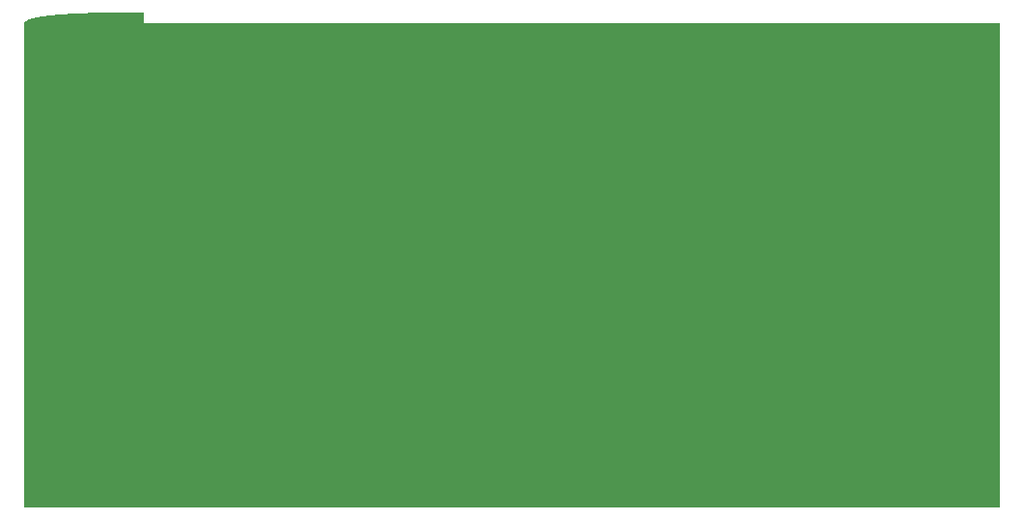
<source format=gbr>
G04 =======================================* 
G04 File Format: RS-274X * 
G04 Date:        March 12 2015 * 
G04 Time:        15:58:54 * 
G04 =======================================* 
G04 Format description *** 
G04 Code:          ASCII * 
G04 Unit:          Millimeter * 
G04 Coordinates:   Absolut * 
G04 Digits:        3.3-format * 
G04 Zeros skipped: Leading zeros omitted * 
G04 =======================================* 
%FSLAX33Y33*%
%MOMM*%
G90*
G71*
%LPD*%
G36*
G01X85600Y42480D02*
G01X10500Y42480D01*
G01X10500Y43480D01*
G01X10499Y43480D01*
G01X10489Y43480D01*
G01X10478Y43479D01*
G01X10467Y43479D01*
G01X10457Y43479D01*
G01X10446Y43479D01*
G01X10435Y43479D01*
G01X10425Y43479D01*
G01X10414Y43479D01*
G01X10403Y43479D01*
G01X10392Y43479D01*
G01X10382Y43479D01*
G01X10371Y43479D01*
G01X10360Y43479D01*
G01X10350Y43479D01*
G01X10339Y43479D01*
G01X10328Y43479D01*
G01X10317Y43479D01*
G01X10307Y43479D01*
G01X10296Y43479D01*
G01X10285Y43479D01*
G01X10275Y43479D01*
G01X10264Y43479D01*
G01X10253Y43479D01*
G01X10242Y43479D01*
G01X10232Y43479D01*
G01X10221Y43479D01*
G01X10210Y43479D01*
G01X10200Y43479D01*
G01X10189Y43479D01*
G01X10178Y43479D01*
G01X10167Y43479D01*
G01X10157Y43479D01*
G01X10146Y43479D01*
G01X10135Y43479D01*
G01X10125Y43479D01*
G01X10114Y43479D01*
G01X10103Y43479D01*
G01X10093Y43479D01*
G01X10082Y43479D01*
G01X10071Y43479D01*
G01X10060Y43479D01*
G01X10050Y43479D01*
G01X10039Y43479D01*
G01X10028Y43479D01*
G01X10018Y43479D01*
G01X10007Y43479D01*
G01X9996Y43479D01*
G01X9985Y43479D01*
G01X9975Y43479D01*
G01X9964Y43479D01*
G01X9953Y43479D01*
G01X9943Y43479D01*
G01X9932Y43479D01*
G01X9921Y43479D01*
G01X9910Y43479D01*
G01X9900Y43479D01*
G01X9889Y43479D01*
G01X9878Y43479D01*
G01X9868Y43479D01*
G01X9857Y43479D01*
G01X9846Y43479D01*
G01X9835Y43478D01*
G01X9825Y43478D01*
G01X9814Y43478D01*
G01X9803Y43478D01*
G01X9793Y43478D01*
G01X9782Y43478D01*
G01X9771Y43478D01*
G01X9761Y43478D01*
G01X9750Y43478D01*
G01X9739Y43478D01*
G01X9728Y43478D01*
G01X9718Y43478D01*
G01X9707Y43478D01*
G01X9696Y43478D01*
G01X9686Y43478D01*
G01X9675Y43478D01*
G01X9664Y43478D01*
G01X9653Y43478D01*
G01X9643Y43478D01*
G01X9632Y43478D01*
G01X9621Y43478D01*
G01X9611Y43478D01*
G01X9600Y43478D01*
G01X9589Y43478D01*
G01X9578Y43477D01*
G01X9568Y43477D01*
G01X9557Y43477D01*
G01X9546Y43477D01*
G01X9536Y43477D01*
G01X9525Y43477D01*
G01X9514Y43477D01*
G01X9503Y43477D01*
G01X9493Y43477D01*
G01X9482Y43477D01*
G01X9471Y43477D01*
G01X9461Y43477D01*
G01X9450Y43477D01*
G01X9439Y43477D01*
G01X9429Y43477D01*
G01X9418Y43477D01*
G01X9407Y43477D01*
G01X9396Y43477D01*
G01X9386Y43477D01*
G01X9375Y43476D01*
G01X9364Y43476D01*
G01X9354Y43476D01*
G01X9343Y43476D01*
G01X9332Y43476D01*
G01X9321Y43476D01*
G01X9311Y43476D01*
G01X9300Y43476D01*
G01X9289Y43476D01*
G01X9279Y43476D01*
G01X9268Y43476D01*
G01X9257Y43476D01*
G01X9246Y43476D01*
G01X9236Y43476D01*
G01X9225Y43476D01*
G01X9214Y43476D01*
G01X9204Y43475D01*
G01X9193Y43475D01*
G01X9182Y43475D01*
G01X9171Y43475D01*
G01X9161Y43475D01*
G01X9150Y43475D01*
G01X9139Y43475D01*
G01X9129Y43475D01*
G01X9118Y43475D01*
G01X9107Y43475D01*
G01X9097Y43475D01*
G01X9086Y43475D01*
G01X9075Y43475D01*
G01X9064Y43474D01*
G01X9054Y43474D01*
G01X9043Y43474D01*
G01X9032Y43474D01*
G01X9022Y43474D01*
G01X9011Y43474D01*
G01X9000Y43474D01*
G01X8989Y43474D01*
G01X8979Y43474D01*
G01X8968Y43474D01*
G01X8957Y43474D01*
G01X8947Y43474D01*
G01X8936Y43474D01*
G01X8925Y43473D01*
G01X8914Y43473D01*
G01X8904Y43473D01*
G01X8893Y43473D01*
G01X8882Y43473D01*
G01X8872Y43473D01*
G01X8861Y43473D01*
G01X8850Y43473D01*
G01X8839Y43473D01*
G01X8829Y43473D01*
G01X8818Y43473D01*
G01X8807Y43472D01*
G01X8797Y43472D01*
G01X8786Y43472D01*
G01X8775Y43472D01*
G01X8765Y43472D01*
G01X8754Y43472D01*
G01X8743Y43472D01*
G01X8732Y43472D01*
G01X8722Y43472D01*
G01X8711Y43472D01*
G01X8700Y43471D01*
G01X8690Y43471D01*
G01X8679Y43471D01*
G01X8668Y43471D01*
G01X8657Y43471D01*
G01X8647Y43471D01*
G01X8636Y43471D01*
G01X8625Y43471D01*
G01X8615Y43471D01*
G01X8604Y43471D01*
G01X8593Y43470D01*
G01X8582Y43470D01*
G01X8572Y43470D01*
G01X8561Y43470D01*
G01X8550Y43470D01*
G01X8540Y43470D01*
G01X8529Y43470D01*
G01X8518Y43470D01*
G01X8508Y43470D01*
G01X8497Y43469D01*
G01X8486Y43469D01*
G01X8475Y43469D01*
G01X8465Y43469D01*
G01X8454Y43469D01*
G01X8443Y43469D01*
G01X8433Y43469D01*
G01X8422Y43469D01*
G01X8411Y43468D01*
G01X8400Y43468D01*
G01X8390Y43468D01*
G01X8379Y43468D01*
G01X8368Y43468D01*
G01X8358Y43468D01*
G01X8347Y43468D01*
G01X8336Y43468D01*
G01X8325Y43468D01*
G01X8315Y43467D01*
G01X8304Y43467D01*
G01X8293Y43467D01*
G01X8283Y43467D01*
G01X8272Y43467D01*
G01X8261Y43467D01*
G01X8250Y43467D01*
G01X8240Y43466D01*
G01X8229Y43466D01*
G01X8218Y43466D01*
G01X8208Y43466D01*
G01X8197Y43466D01*
G01X8186Y43466D01*
G01X8176Y43466D01*
G01X8165Y43466D01*
G01X8154Y43465D01*
G01X8143Y43465D01*
G01X8133Y43465D01*
G01X8122Y43465D01*
G01X8111Y43465D01*
G01X8101Y43465D01*
G01X8090Y43465D01*
G01X8079Y43464D01*
G01X8068Y43464D01*
G01X8058Y43464D01*
G01X8047Y43464D01*
G01X8036Y43464D01*
G01X8026Y43464D01*
G01X8015Y43464D01*
G01X8004Y43463D01*
G01X7993Y43463D01*
G01X7983Y43463D01*
G01X7972Y43463D01*
G01X7961Y43463D01*
G01X7951Y43463D01*
G01X7940Y43463D01*
G01X7929Y43462D01*
G01X7919Y43462D01*
G01X7908Y43462D01*
G01X7897Y43462D01*
G01X7886Y43462D01*
G01X7876Y43462D01*
G01X7865Y43461D01*
G01X7854Y43461D01*
G01X7844Y43461D01*
G01X7833Y43461D01*
G01X7822Y43461D01*
G01X7811Y43461D01*
G01X7801Y43460D01*
G01X7790Y43460D01*
G01X7779Y43460D01*
G01X7769Y43460D01*
G01X7758Y43460D01*
G01X7747Y43460D01*
G01X7736Y43459D01*
G01X7726Y43459D01*
G01X7715Y43459D01*
G01X7704Y43459D01*
G01X7694Y43459D01*
G01X7683Y43459D01*
G01X7672Y43458D01*
G01X7662Y43458D01*
G01X7651Y43458D01*
G01X7640Y43458D01*
G01X7629Y43458D01*
G01X7619Y43458D01*
G01X7608Y43457D01*
G01X7597Y43457D01*
G01X7587Y43457D01*
G01X7576Y43457D01*
G01X7565Y43457D01*
G01X7554Y43456D01*
G01X7544Y43456D01*
G01X7533Y43456D01*
G01X7522Y43456D01*
G01X7512Y43456D01*
G01X7501Y43456D01*
G01X7490Y43455D01*
G01X7479Y43455D01*
G01X7469Y43455D01*
G01X7458Y43455D01*
G01X7447Y43455D01*
G01X7437Y43454D01*
G01X7426Y43454D01*
G01X7415Y43454D01*
G01X7405Y43454D01*
G01X7394Y43454D01*
G01X7383Y43453D01*
G01X7372Y43453D01*
G01X7362Y43453D01*
G01X7351Y43453D01*
G01X7340Y43453D01*
G01X7330Y43452D01*
G01X7319Y43452D01*
G01X7308Y43452D01*
G01X7297Y43452D01*
G01X7287Y43452D01*
G01X7276Y43451D01*
G01X7265Y43451D01*
G01X7255Y43451D01*
G01X7244Y43451D01*
G01X7233Y43451D01*
G01X7222Y43450D01*
G01X7212Y43450D01*
G01X7201Y43450D01*
G01X7190Y43450D01*
G01X7180Y43450D01*
G01X7169Y43449D01*
G01X7158Y43449D01*
G01X7148Y43449D01*
G01X7137Y43449D01*
G01X7126Y43448D01*
G01X7115Y43448D01*
G01X7105Y43448D01*
G01X7094Y43448D01*
G01X7083Y43448D01*
G01X7073Y43447D01*
G01X7062Y43447D01*
G01X7051Y43447D01*
G01X7040Y43447D01*
G01X7030Y43446D01*
G01X7019Y43446D01*
G01X7008Y43446D01*
G01X6998Y43446D01*
G01X6987Y43446D01*
G01X6976Y43445D01*
G01X6965Y43445D01*
G01X6955Y43445D01*
G01X6944Y43445D01*
G01X6933Y43444D01*
G01X6923Y43444D01*
G01X6912Y43444D01*
G01X6901Y43444D01*
G01X6891Y43443D01*
G01X6880Y43443D01*
G01X6869Y43443D01*
G01X6858Y43443D01*
G01X6848Y43442D01*
G01X6837Y43442D01*
G01X6826Y43442D01*
G01X6816Y43442D01*
G01X6805Y43442D01*
G01X6794Y43441D01*
G01X6783Y43441D01*
G01X6773Y43441D01*
G01X6762Y43441D01*
G01X6751Y43440D01*
G01X6741Y43440D01*
G01X6730Y43440D01*
G01X6719Y43439D01*
G01X6709Y43439D01*
G01X6698Y43439D01*
G01X6687Y43439D01*
G01X6676Y43438D01*
G01X6666Y43438D01*
G01X6655Y43438D01*
G01X6644Y43438D01*
G01X6634Y43437D01*
G01X6623Y43437D01*
G01X6612Y43437D01*
G01X6601Y43437D01*
G01X6591Y43436D01*
G01X6580Y43436D01*
G01X6569Y43436D01*
G01X6559Y43436D01*
G01X6548Y43435D01*
G01X6537Y43435D01*
G01X6527Y43435D01*
G01X6516Y43434D01*
G01X6505Y43434D01*
G01X6494Y43434D01*
G01X6484Y43434D01*
G01X6473Y43433D01*
G01X6462Y43433D01*
G01X6452Y43433D01*
G01X6441Y43433D01*
G01X6430Y43432D01*
G01X6419Y43432D01*
G01X6409Y43432D01*
G01X6398Y43431D01*
G01X6387Y43431D01*
G01X6377Y43431D01*
G01X6366Y43431D01*
G01X6355Y43430D01*
G01X6345Y43430D01*
G01X6334Y43430D01*
G01X6323Y43429D01*
G01X6312Y43429D01*
G01X6302Y43429D01*
G01X6291Y43428D01*
G01X6280Y43428D01*
G01X6270Y43428D01*
G01X6259Y43428D01*
G01X6248Y43427D01*
G01X6237Y43427D01*
G01X6227Y43427D01*
G01X6216Y43426D01*
G01X6205Y43426D01*
G01X6195Y43426D01*
G01X6184Y43425D01*
G01X6173Y43425D01*
G01X6163Y43425D01*
G01X6152Y43424D01*
G01X6141Y43424D01*
G01X6130Y43424D01*
G01X6120Y43424D01*
G01X6109Y43423D01*
G01X6098Y43423D01*
G01X6088Y43423D01*
G01X6077Y43422D01*
G01X6066Y43422D01*
G01X6055Y43422D01*
G01X6045Y43421D01*
G01X6034Y43421D01*
G01X6023Y43421D01*
G01X6013Y43420D01*
G01X6002Y43420D01*
G01X5991Y43420D01*
G01X5981Y43419D01*
G01X5970Y43419D01*
G01X5959Y43419D01*
G01X5948Y43418D01*
G01X5938Y43418D01*
G01X5927Y43418D01*
G01X5916Y43417D01*
G01X5906Y43417D01*
G01X5895Y43417D01*
G01X5884Y43416D01*
G01X5873Y43416D01*
G01X5863Y43416D01*
G01X5852Y43415D01*
G01X5841Y43415D01*
G01X5831Y43415D01*
G01X5820Y43414D01*
G01X5809Y43414D01*
G01X5799Y43414D01*
G01X5788Y43413D01*
G01X5777Y43413D01*
G01X5766Y43412D01*
G01X5756Y43412D01*
G01X5745Y43412D01*
G01X5734Y43411D01*
G01X5724Y43411D01*
G01X5713Y43411D01*
G01X5702Y43410D01*
G01X5692Y43410D01*
G01X5681Y43410D01*
G01X5670Y43409D01*
G01X5659Y43409D01*
G01X5649Y43408D01*
G01X5638Y43408D01*
G01X5627Y43408D01*
G01X5617Y43407D01*
G01X5606Y43407D01*
G01X5595Y43407D01*
G01X5584Y43406D01*
G01X5574Y43406D01*
G01X5563Y43405D01*
G01X5552Y43405D01*
G01X5542Y43405D01*
G01X5531Y43404D01*
G01X5520Y43404D01*
G01X5510Y43404D01*
G01X5499Y43403D01*
G01X5488Y43403D01*
G01X5477Y43402D01*
G01X5467Y43402D01*
G01X5456Y43402D01*
G01X5445Y43401D01*
G01X5435Y43401D01*
G01X5424Y43400D01*
G01X5413Y43400D01*
G01X5403Y43400D01*
G01X5392Y43399D01*
G01X5381Y43399D01*
G01X5370Y43398D01*
G01X5360Y43398D01*
G01X5349Y43398D01*
G01X5338Y43397D01*
G01X5328Y43397D01*
G01X5317Y43396D01*
G01X5306Y43396D01*
G01X5296Y43396D01*
G01X5285Y43395D01*
G01X5274Y43395D01*
G01X5263Y43394D01*
G01X5253Y43394D01*
G01X5242Y43393D01*
G01X5231Y43393D01*
G01X5221Y43393D01*
G01X5210Y43392D01*
G01X5199Y43392D01*
G01X5189Y43391D01*
G01X5178Y43391D01*
G01X5167Y43390D01*
G01X5156Y43390D01*
G01X5146Y43390D01*
G01X5135Y43389D01*
G01X5124Y43389D01*
G01X5114Y43388D01*
G01X5103Y43388D01*
G01X5092Y43387D01*
G01X5082Y43387D01*
G01X5071Y43386D01*
G01X5060Y43386D01*
G01X5049Y43386D01*
G01X5039Y43385D01*
G01X5028Y43385D01*
G01X5017Y43384D01*
G01X5007Y43384D01*
G01X4996Y43383D01*
G01X4985Y43383D01*
G01X4974Y43382D01*
G01X4964Y43382D01*
G01X4953Y43381D01*
G01X4942Y43381D01*
G01X4932Y43381D01*
G01X4921Y43380D01*
G01X4910Y43380D01*
G01X4900Y43379D01*
G01X4889Y43379D01*
G01X4878Y43378D01*
G01X4868Y43378D01*
G01X4857Y43377D01*
G01X4846Y43377D01*
G01X4835Y43376D01*
G01X4825Y43376D01*
G01X4814Y43375D01*
G01X4803Y43375D01*
G01X4793Y43374D01*
G01X4782Y43374D01*
G01X4771Y43373D01*
G01X4761Y43373D01*
G01X4750Y43372D01*
G01X4739Y43372D01*
G01X4728Y43371D01*
G01X4718Y43371D01*
G01X4707Y43370D01*
G01X4696Y43370D01*
G01X4686Y43369D01*
G01X4675Y43369D01*
G01X4664Y43368D01*
G01X4654Y43368D01*
G01X4643Y43367D01*
G01X4632Y43367D01*
G01X4621Y43366D01*
G01X4611Y43366D01*
G01X4600Y43365D01*
G01X4589Y43365D01*
G01X4579Y43364D01*
G01X4568Y43364D01*
G01X4557Y43363D01*
G01X4547Y43363D01*
G01X4536Y43362D01*
G01X4525Y43362D01*
G01X4514Y43361D01*
G01X4504Y43360D01*
G01X4493Y43360D01*
G01X4482Y43359D01*
G01X4472Y43359D01*
G01X4461Y43358D01*
G01X4450Y43358D01*
G01X4440Y43357D01*
G01X4429Y43357D01*
G01X4418Y43356D01*
G01X4408Y43356D01*
G01X4397Y43355D01*
G01X4386Y43354D01*
G01X4375Y43354D01*
G01X4365Y43353D01*
G01X4354Y43353D01*
G01X4343Y43352D01*
G01X4333Y43352D01*
G01X4322Y43351D01*
G01X4311Y43350D01*
G01X4301Y43350D01*
G01X4290Y43349D01*
G01X4279Y43349D01*
G01X4268Y43348D01*
G01X4258Y43348D01*
G01X4247Y43347D01*
G01X4236Y43346D01*
G01X4226Y43346D01*
G01X4215Y43345D01*
G01X4204Y43345D01*
G01X4194Y43344D01*
G01X4183Y43343D01*
G01X4172Y43343D01*
G01X4162Y43342D01*
G01X4151Y43342D01*
G01X4140Y43341D01*
G01X4129Y43340D01*
G01X4119Y43340D01*
G01X4108Y43339D01*
G01X4097Y43339D01*
G01X4087Y43338D01*
G01X4076Y43337D01*
G01X4065Y43337D01*
G01X4055Y43336D01*
G01X4044Y43336D01*
G01X4033Y43335D01*
G01X4023Y43334D01*
G01X4012Y43334D01*
G01X4001Y43333D01*
G01X3990Y43332D01*
G01X3980Y43332D01*
G01X3969Y43331D01*
G01X3958Y43331D01*
G01X3948Y43330D01*
G01X3937Y43329D01*
G01X3926Y43329D01*
G01X3916Y43328D01*
G01X3905Y43327D01*
G01X3894Y43327D01*
G01X3884Y43326D01*
G01X3873Y43325D01*
G01X3862Y43325D01*
G01X3852Y43324D01*
G01X3841Y43323D01*
G01X3830Y43323D01*
G01X3819Y43322D01*
G01X3809Y43321D01*
G01X3798Y43321D01*
G01X3787Y43320D01*
G01X3777Y43319D01*
G01X3766Y43319D01*
G01X3755Y43318D01*
G01X3745Y43317D01*
G01X3734Y43317D01*
G01X3723Y43316D01*
G01X3713Y43315D01*
G01X3702Y43315D01*
G01X3691Y43314D01*
G01X3680Y43313D01*
G01X3670Y43312D01*
G01X3659Y43312D01*
G01X3648Y43311D01*
G01X3638Y43310D01*
G01X3627Y43310D01*
G01X3616Y43309D01*
G01X3606Y43308D01*
G01X3595Y43307D01*
G01X3584Y43307D01*
G01X3574Y43306D01*
G01X3563Y43305D01*
G01X3552Y43305D01*
G01X3542Y43304D01*
G01X3531Y43303D01*
G01X3520Y43302D01*
G01X3510Y43302D01*
G01X3499Y43301D01*
G01X3488Y43300D01*
G01X3477Y43299D01*
G01X3467Y43299D01*
G01X3456Y43298D01*
G01X3445Y43297D01*
G01X3435Y43296D01*
G01X3424Y43296D01*
G01X3413Y43295D01*
G01X3403Y43294D01*
G01X3392Y43293D01*
G01X3381Y43292D01*
G01X3371Y43292D01*
G01X3360Y43291D01*
G01X3349Y43290D01*
G01X3339Y43289D01*
G01X3328Y43289D01*
G01X3317Y43288D01*
G01X3307Y43287D01*
G01X3296Y43286D01*
G01X3285Y43285D01*
G01X3275Y43285D01*
G01X3264Y43284D01*
G01X3253Y43283D01*
G01X3242Y43282D01*
G01X3232Y43281D01*
G01X3221Y43281D01*
G01X3210Y43280D01*
G01X3200Y43279D01*
G01X3189Y43278D01*
G01X3178Y43277D01*
G01X3168Y43276D01*
G01X3157Y43276D01*
G01X3146Y43275D01*
G01X3136Y43274D01*
G01X3125Y43273D01*
G01X3114Y43272D01*
G01X3104Y43271D01*
G01X3093Y43270D01*
G01X3082Y43270D01*
G01X3072Y43269D01*
G01X3061Y43268D01*
G01X3050Y43267D01*
G01X3040Y43266D01*
G01X3029Y43265D01*
G01X3018Y43264D01*
G01X3008Y43264D01*
G01X2997Y43263D01*
G01X2986Y43262D01*
G01X2976Y43261D01*
G01X2965Y43260D01*
G01X2954Y43259D01*
G01X2944Y43258D01*
G01X2933Y43257D01*
G01X2922Y43256D01*
G01X2912Y43255D01*
G01X2901Y43255D01*
G01X2890Y43254D01*
G01X2880Y43253D01*
G01X2869Y43252D01*
G01X2858Y43251D01*
G01X2848Y43250D01*
G01X2837Y43249D01*
G01X2826Y43248D01*
G01X2816Y43247D01*
G01X2805Y43246D01*
G01X2794Y43245D01*
G01X2784Y43244D01*
G01X2773Y43243D01*
G01X2762Y43242D01*
G01X2752Y43241D01*
G01X2741Y43240D01*
G01X2730Y43239D01*
G01X2720Y43238D01*
G01X2709Y43237D01*
G01X2698Y43236D01*
G01X2688Y43235D01*
G01X2677Y43234D01*
G01X2666Y43233D01*
G01X2656Y43232D01*
G01X2645Y43231D01*
G01X2634Y43230D01*
G01X2624Y43229D01*
G01X2613Y43228D01*
G01X2602Y43227D01*
G01X2592Y43226D01*
G01X2581Y43225D01*
G01X2570Y43224D01*
G01X2560Y43223D01*
G01X2549Y43222D01*
G01X2538Y43221D01*
G01X2528Y43220D01*
G01X2517Y43219D01*
G01X2506Y43218D01*
G01X2496Y43217D01*
G01X2485Y43216D01*
G01X2474Y43215D01*
G01X2464Y43214D01*
G01X2453Y43213D01*
G01X2442Y43212D01*
G01X2432Y43210D01*
G01X2421Y43209D01*
G01X2410Y43208D01*
G01X2400Y43207D01*
G01X2389Y43206D01*
G01X2378Y43205D01*
G01X2368Y43204D01*
G01X2357Y43203D01*
G01X2347Y43202D01*
G01X2336Y43200D01*
G01X2325Y43199D01*
G01X2315Y43198D01*
G01X2304Y43197D01*
G01X2293Y43196D01*
G01X2283Y43195D01*
G01X2272Y43194D01*
G01X2261Y43192D01*
G01X2251Y43191D01*
G01X2240Y43190D01*
G01X2229Y43189D01*
G01X2219Y43188D01*
G01X2208Y43186D01*
G01X2197Y43185D01*
G01X2187Y43184D01*
G01X2176Y43183D01*
G01X2166Y43182D01*
G01X2155Y43180D01*
G01X2144Y43179D01*
G01X2134Y43178D01*
G01X2123Y43177D01*
G01X2112Y43175D01*
G01X2102Y43174D01*
G01X2091Y43173D01*
G01X2080Y43172D01*
G01X2070Y43170D01*
G01X2059Y43169D01*
G01X2049Y43168D01*
G01X2038Y43167D01*
G01X2027Y43165D01*
G01X2017Y43164D01*
G01X2006Y43163D01*
G01X1995Y43161D01*
G01X1985Y43160D01*
G01X1974Y43159D01*
G01X1963Y43157D01*
G01X1953Y43156D01*
G01X1942Y43155D01*
G01X1932Y43153D01*
G01X1921Y43152D01*
G01X1910Y43151D01*
G01X1900Y43149D01*
G01X1889Y43148D01*
G01X1879Y43147D01*
G01X1868Y43145D01*
G01X1857Y43144D01*
G01X1847Y43142D01*
G01X1836Y43141D01*
G01X1825Y43140D01*
G01X1815Y43138D01*
G01X1804Y43137D01*
G01X1794Y43135D01*
G01X1783Y43134D01*
G01X1772Y43132D01*
G01X1762Y43131D01*
G01X1751Y43130D01*
G01X1741Y43128D01*
G01X1730Y43127D01*
G01X1719Y43125D01*
G01X1709Y43124D01*
G01X1698Y43122D01*
G01X1687Y43121D01*
G01X1677Y43119D01*
G01X1666Y43118D01*
G01X1656Y43116D01*
G01X1645Y43115D01*
G01X1634Y43113D01*
G01X1624Y43111D01*
G01X1613Y43110D01*
G01X1603Y43108D01*
G01X1592Y43107D01*
G01X1582Y43105D01*
G01X1571Y43104D01*
G01X1560Y43102D01*
G01X1550Y43100D01*
G01X1539Y43099D01*
G01X1529Y43097D01*
G01X1518Y43095D01*
G01X1507Y43094D01*
G01X1497Y43092D01*
G01X1486Y43090D01*
G01X1476Y43089D01*
G01X1465Y43087D01*
G01X1455Y43085D01*
G01X1444Y43084D01*
G01X1433Y43082D01*
G01X1423Y43080D01*
G01X1412Y43079D01*
G01X1402Y43077D01*
G01X1391Y43075D01*
G01X1381Y43073D01*
G01X1370Y43072D01*
G01X1359Y43070D01*
G01X1349Y43068D01*
G01X1338Y43066D01*
G01X1328Y43064D01*
G01X1317Y43063D01*
G01X1307Y43061D01*
G01X1296Y43059D01*
G01X1286Y43057D01*
G01X1275Y43055D01*
G01X1264Y43053D01*
G01X1254Y43051D01*
G01X1243Y43049D01*
G01X1233Y43047D01*
G01X1222Y43046D01*
G01X1212Y43044D01*
G01X1201Y43042D01*
G01X1191Y43040D01*
G01X1180Y43038D01*
G01X1170Y43036D01*
G01X1159Y43034D01*
G01X1149Y43032D01*
G01X1138Y43030D01*
G01X1128Y43028D01*
G01X1117Y43026D01*
G01X1107Y43023D01*
G01X1096Y43021D01*
G01X1086Y43019D01*
G01X1075Y43017D01*
G01X1065Y43015D01*
G01X1054Y43013D01*
G01X1044Y43011D01*
G01X1033Y43009D01*
G01X1023Y43006D01*
G01X1012Y43004D01*
G01X1002Y43002D01*
G01X991Y43000D01*
G01X981Y42997D01*
G01X970Y42995D01*
G01X960Y42993D01*
G01X949Y42991D01*
G01X939Y42988D01*
G01X928Y42986D01*
G01X918Y42984D01*
G01X908Y42981D01*
G01X897Y42979D01*
G01X887Y42976D01*
G01X876Y42974D01*
G01X866Y42971D01*
G01X855Y42969D01*
G01X845Y42967D01*
G01X835Y42964D01*
G01X824Y42961D01*
G01X814Y42959D01*
G01X803Y42956D01*
G01X793Y42954D01*
G01X783Y42951D01*
G01X772Y42948D01*
G01X762Y42946D01*
G01X751Y42943D01*
G01X741Y42940D01*
G01X731Y42938D01*
G01X720Y42935D01*
G01X710Y42932D01*
G01X700Y42929D01*
G01X689Y42926D01*
G01X679Y42924D01*
G01X669Y42921D01*
G01X658Y42918D01*
G01X648Y42915D01*
G01X638Y42912D01*
G01X628Y42909D01*
G01X617Y42906D01*
G01X607Y42903D01*
G01X597Y42900D01*
G01X587Y42897D01*
G01X576Y42893D01*
G01X566Y42890D01*
G01X556Y42887D01*
G01X546Y42884D01*
G01X536Y42880D01*
G01X525Y42877D01*
G01X515Y42874D01*
G01X505Y42870D01*
G01X495Y42867D01*
G01X485Y42863D01*
G01X475Y42860D01*
G01X465Y42856D01*
G01X455Y42853D01*
G01X444Y42849D01*
G01X434Y42845D01*
G01X424Y42841D01*
G01X414Y42838D01*
G01X404Y42834D01*
G01X394Y42830D01*
G01X384Y42826D01*
G01X375Y42822D01*
G01X365Y42818D01*
G01X355Y42814D01*
G01X345Y42809D01*
G01X335Y42805D01*
G01X325Y42801D01*
G01X316Y42796D01*
G01X306Y42792D01*
G01X296Y42787D01*
G01X286Y42783D01*
G01X277Y42778D01*
G01X267Y42773D01*
G01X258Y42769D01*
G01X248Y42764D01*
G01X239Y42759D01*
G01X229Y42753D01*
G01X220Y42748D01*
G01X211Y42743D01*
G01X201Y42738D01*
G01X192Y42732D01*
G01X183Y42726D01*
G01X174Y42721D01*
G01X165Y42715D01*
G01X156Y42709D01*
G01X147Y42703D01*
G01X139Y42696D01*
G01X130Y42690D01*
G01X122Y42684D01*
G01X113Y42677D01*
G01X105Y42670D01*
G01X97Y42663D01*
G01X89Y42656D01*
G01X81Y42648D01*
G01X74Y42641D01*
G01X66Y42633D01*
G01X59Y42625D01*
G01X53Y42617D01*
G01X46Y42608D01*
G01X40Y42599D01*
G01X34Y42591D01*
G01X28Y42581D01*
G01X23Y42572D01*
G01X18Y42562D01*
G01X14Y42553D01*
G01X10Y42543D01*
G01X7Y42532D01*
G01X4Y42522D01*
G01X2Y42511D01*
G01X1Y42501D01*
G01X0Y42490D01*
G01X0Y42480D01*
G01X0Y42480D01*
G01X0Y0D01*
G01X85600Y0D01*
G37*
M02* 
G04 End Of Gerber File* 

</source>
